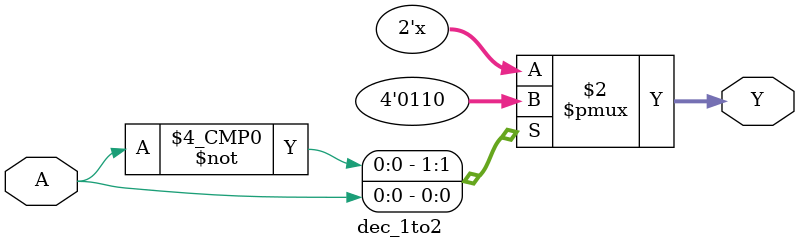
<source format=v>
module dec_1to2(A, Y);
input A;
output reg [1:0] Y;

always @(A) begin
	case(A)
		0 : Y = 4'b01;
		1 : Y = 4'b10;
		default: Y = 2'bx;
	endcase
end
endmodule
</source>
